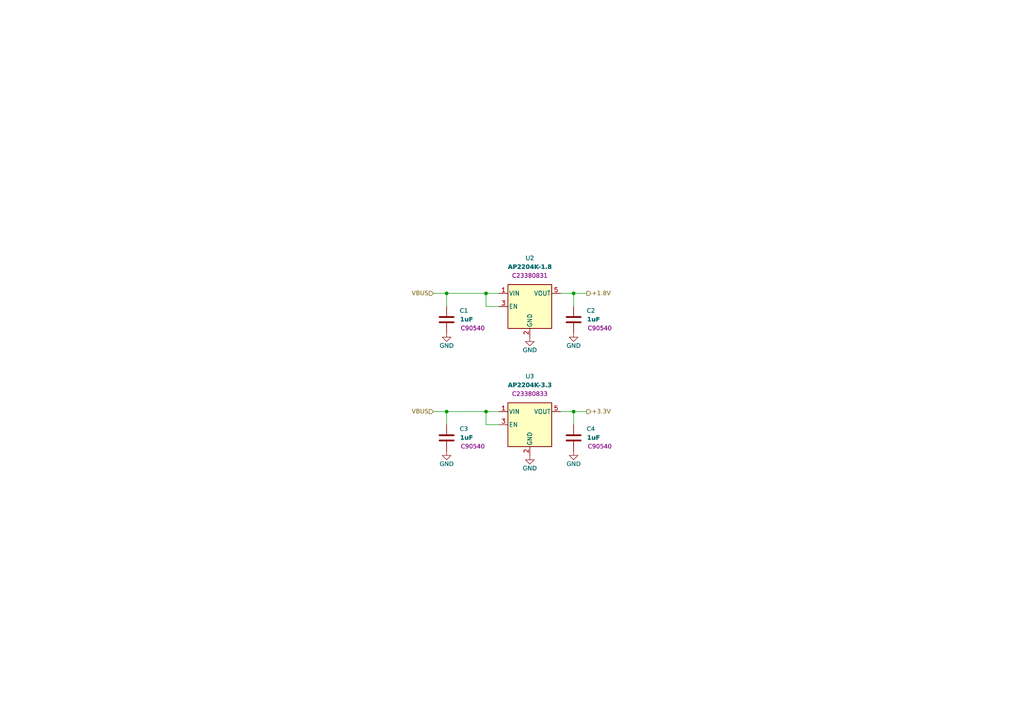
<source format=kicad_sch>
(kicad_sch (version 20231120) (generator "eeschema") (generator_version "8.0")
  (paper "A4")
  (title_block (title "HexTrack PCB") (date "2025-02-01") (rev "v0.0.2") (company "TMShader") (comment 9 "HexTrack"))
  (lib_symbols
    (symbol "Device:C" (pin_numbers hide) (pin_names (offset 0.254))
      (property "Reference" "C" (at 0.635 2.54 0))
      (property "Value" "C" (at 0.635 -2.54 0))
      (symbol "C_0_1"
        (polyline (pts (xy -2.032 -0.762) (xy 2.032 -0.762)) (stroke (width 0.508)))
        (polyline (pts (xy -2.032 0.762) (xy 2.032 0.762)) (stroke (width 0.508)))
      )
      (symbol "C_1_1"
        (pin passive line (at 0 3.81 270) (length 2.794) (name "~") (number "1"))
        (pin passive line (at 0 -3.81 90) (length 2.794) (name "~") (number "2"))
      )
    )
    (symbol "HexTrack:AP2204K-1.8" (pin_names (offset 0.254))
      (property "Reference" "RG1" (at 0 13.97 0))
      (property "Value" "AP2204K-1.8" (at 0 11.43 0))
      (property "LCSC" "C23380831" (at 0 8.89 0))
      (symbol "AP2204K-1.8_0_1"
        (rectangle (start -6.35 6.35) (end 6.35 -6.35) (stroke (width 0.254)) (fill (type background)))
      )
      (symbol "AP2204K-1.8_1_1"
        (pin power_in line (at -8.89 3.81 0) (length 2.54) (name "VIN") (number "1"))
        (pin power_in line (at 0 -8.89 90) (length 2.54) (name "GND") (number "2"))
        (pin input line (at -8.89 0 0) (length 2.54) (name "EN") (number "3"))
        (pin no_connect line (at 5.08 0 180) (length 2.54) hide (name "NC") (number "4"))
        (pin power_out line (at 8.89 3.81 180) (length 2.54) (name "VOUT") (number "5"))
      )
    )
    (symbol "HexTrack:AP2204K-3.3" (pin_names (offset 0.254))
      (property "Reference" "RG1" (at 0 13.97 0))
      (property "Value" "AP2204K-3.3" (at 0 11.43 0))
      (property "LCSC" "C23380833" (at 0 8.89 0))
      (symbol "AP2204K-3.3_0_1"
        (rectangle (start -6.35 6.35) (end 6.35 -6.35) (stroke (width 0.254)) (fill (type background)))
      )
      (symbol "AP2204K-3.3_1_1"
        (pin power_in line (at -8.89 3.81 0) (length 2.54) (name "VIN") (number "1"))
        (pin power_in line (at 0 -8.89 90) (length 2.54) (name "GND") (number "2"))
        (pin input line (at -8.89 0 0) (length 2.54) (name "EN") (number "3"))
        (pin no_connect line (at 5.08 0 180) (length 2.54) hide (name "NC") (number "4"))
        (pin power_out line (at 8.89 3.81 180) (length 2.54) (name "VOUT") (number "5"))
      )
    )
    (symbol "power:GND" (power) (pin_numbers hide) (pin_names (offset 0) hide)
      (property "Value" "GND" (at 0 -3.81 0))
      (symbol "GND_0_1"
        (polyline (pts (xy 0 0) (xy 0 -1.27) (xy 1.27 -1.27) (xy 0 -2.54) (xy -1.27 -1.27) (xy 0 -1.27)))
      )
      (symbol "GND_1_1"
        (pin power_in line (at 0 0 270) (length 0) (name "~") (number "1"))
      )
    )
  )
  (junction (at 140.97 85.09))
  (junction (at 129.54 85.09))
  (junction (at 166.37 85.09))
  (junction (at 140.97 119.38))
  (junction (at 166.37 119.38))
  (junction (at 129.54 119.38))
  (wire (pts (xy 140.97 119.38) (xy 144.78 119.38)))
  (wire (pts (xy 166.37 119.38) (xy 162.56 119.38)))
  (wire (pts (xy 166.37 85.09) (xy 162.56 85.09)))
  (wire (pts (xy 129.54 88.9) (xy 129.54 85.09)))
  (wire (pts (xy 170.18 119.38) (xy 166.37 119.38)))
  (wire (pts (xy 125.73 119.38) (xy 129.54 119.38)))
  (wire (pts (xy 166.37 123.19) (xy 166.37 119.38)))
  (wire (pts (xy 140.97 119.38) (xy 129.54 119.38)))
  (wire (pts (xy 166.37 88.9) (xy 166.37 85.09)))
  (wire (pts (xy 140.97 85.09) (xy 129.54 85.09)))
  (wire (pts (xy 140.97 123.19) (xy 140.97 119.38)))
  (wire (pts (xy 140.97 85.09) (xy 144.78 85.09)))
  (wire (pts (xy 125.73 85.09) (xy 129.54 85.09)))
  (wire (pts (xy 144.78 88.9) (xy 140.97 88.9)))
  (wire (pts (xy 170.18 85.09) (xy 166.37 85.09)))
  (wire (pts (xy 144.78 123.19) (xy 140.97 123.19)))
  (wire (pts (xy 140.97 88.9) (xy 140.97 85.09)))
  (wire (pts (xy 129.54 123.19) (xy 129.54 119.38)))
  (text "${SHEETNAME}" (at 19.05 25.4 0) (effects (font (size 8 8) (thickness 1.6256) (bold yes)) (justify left top)))
  (hierarchical_label "+1.8V" (shape output) (at 170.18 85.09 0))
  (hierarchical_label "VBUS" (shape input) (at 125.73 119.38 180))
  (hierarchical_label "+3.3V" (shape output) (at 170.18 119.38 0))
  (hierarchical_label "VBUS" (shape input) (at 125.73 85.09 180))
  (symbol (lib_id "power:GND") (at 129.54 96.52 0) (unit 1)
    (property "Reference" "#PWR09" (effects (hide yes)))
    (property "Value" "GND" (at 129.54 100.33 0))
    (property "Description" "Power symbol creates a global label with name \"GND\" , ground" (effects (hide yes)))
  )
  (symbol (lib_id "power:GND") (at 129.54 130.81 0) (unit 1)
    (property "Reference" "#PWR012" (effects (hide yes)))
    (property "Value" "GND" (at 129.54 134.62 0))
    (property "Description" "Power symbol creates a global label with name \"GND\" , ground" (effects (hide yes)))
  )
  (symbol (lib_id "power:GND") (at 166.37 130.81 0) (unit 1)
    (property "Reference" "#PWR013" (effects (hide yes)))
    (property "Value" "GND" (at 166.37 134.62 0))
    (property "Description" "Power symbol creates a global label with name \"GND\" , ground" (effects (hide yes)))
  )
  (symbol (lib_id "Device:C") (at 166.37 92.71 0) (mirror x) (unit 1)
    (property "Reference" "C2" (at 170.18 90.1699 0) (effects (justify left)))
    (property "Value" "1uF" (at 170.18 92.71 0) (effects (font (thickness 0.254) (bold yes)) (justify left)))
    (property "Footprint" "Capacitor_SMD:C_0603_1608Metric" (effects (hide yes)))
    (property "Description" "Unpolarized capacitor" (effects (hide yes)))
    (property "LCSC" "C90540" (at 170.18 95.2499 0) (effects (justify left)))
  )
  (symbol (lib_id "power:GND") (at 153.67 132.08 0) (unit 1)
    (property "Reference" "#PWR014" (effects (hide yes)))
    (property "Value" "GND" (at 153.67 135.89 0))
    (property "Description" "Power symbol creates a global label with name \"GND\" , ground" (effects (hide yes)))
  )
  (symbol (lib_id "Device:C") (at 129.54 127 0) (mirror x) (unit 1)
    (property "Reference" "C3" (at 133.35 124.4599 0) (effects (justify left)))
    (property "Value" "1uF" (at 133.35 127 0) (effects (font (thickness 0.254) (bold yes)) (justify left)))
    (property "Footprint" "Capacitor_SMD:C_0603_1608Metric" (effects (hide yes)))
    (property "Description" "Unpolarized capacitor" (effects (hide yes)))
    (property "LCSC" "C90540" (at 133.35 129.5399 0) (effects (justify left)))
  )
  (symbol (lib_id "Device:C") (at 129.54 92.71 0) (mirror x) (unit 1)
    (property "Reference" "C1" (at 133.35 90.1699 0) (effects (justify left)))
    (property "Value" "1uF" (at 133.35 92.71 0) (effects (font (thickness 0.254) (bold yes)) (justify left)))
    (property "Footprint" "Capacitor_SMD:C_0603_1608Metric" (effects (hide yes)))
    (property "Description" "Unpolarized capacitor" (effects (hide yes)))
    (property "LCSC" "C90540" (at 133.35 95.2499 0) (effects (justify left)))
  )
  (symbol (lib_id "HexTrack:AP2204K-1.8") (at 153.67 88.9 0) (unit 1)
    (property "Reference" "U2" (at 153.67 74.93 0))
    (property "Value" "AP2204K-1.8" (at 153.67 77.47 0) (effects (font (thickness 0.254) (bold yes))))
    (property "Footprint" "Package_TO_SOT_SMD:SOT-23-5" (effects (hide yes)))
    (property "Datasheet" "https://www.diodes.com/assets/Datasheets/AP2204.pdf" (effects (hide yes)))
    (property "Description" "150mA low dropout linear regulator, wide input voltage range, 1.8V fixed positive output, SOT-23-5" (effects (hide yes)))
    (property "LCSC" "C23380831" (at 153.67 80.01 0))
  )
  (symbol (lib_id "Device:C") (at 166.37 127 0) (mirror x) (unit 1)
    (property "Reference" "C4" (at 170.18 124.4599 0) (effects (justify left)))
    (property "Value" "1uF" (at 170.18 127 0) (effects (font (thickness 0.254) (bold yes)) (justify left)))
    (property "Footprint" "Capacitor_SMD:C_0603_1608Metric" (effects (hide yes)))
    (property "Description" "Unpolarized capacitor" (effects (hide yes)))
    (property "LCSC" "C90540" (at 170.18 129.5399 0) (effects (justify left)))
  )
  (symbol (lib_id "power:GND") (at 166.37 96.52 0) (unit 1)
    (property "Reference" "#PWR010" (effects (hide yes)))
    (property "Value" "GND" (at 166.37 100.33 0))
    (property "Description" "Power symbol creates a global label with name \"GND\" , ground" (effects (hide yes)))
  )
  (symbol (lib_id "HexTrack:AP2204K-3.3") (at 153.67 123.19 0) (unit 1)
    (property "Reference" "U3" (at 153.67 109.22 0))
    (property "Value" "AP2204K-3.3" (at 153.67 111.76 0) (effects (font (thickness 0.254) (bold yes))))
    (property "Footprint" "Package_TO_SOT_SMD:SOT-23-5" (effects (hide yes)))
    (property "Datasheet" "https://www.diodes.com/assets/Datasheets/AP2204.pdf" (effects (hide yes)))
    (property "Description" "150mA low dropout linear regulator, wide input voltage range, 3.3V fixed positive output, SOT-23-5" (effects (hide yes)))
    (property "LCSC" "C23380833" (at 153.67 114.3 0))
  )
  (symbol (lib_id "power:GND") (at 153.67 97.79 0) (unit 1)
    (property "Reference" "#PWR011" (effects (hide yes)))
    (property "Value" "GND" (at 153.67 101.6 0))
    (property "Description" "Power symbol creates a global label with name \"GND\" , ground" (effects (hide yes)))
  )
)
</source>
